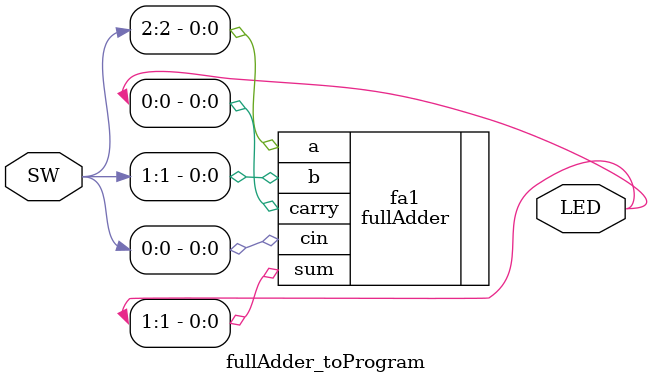
<source format=sv>
`timescale 1ns / 1ps


module fullAdder_toProgram(
    input   [2:0]SW,
    output  [1:0]LED
    );
    
fullAdder fa1(.a(SW[2]),.b(SW[1]),.cin(SW[0]),.sum(LED[1]),.carry(LED[0]));
endmodule

</source>
